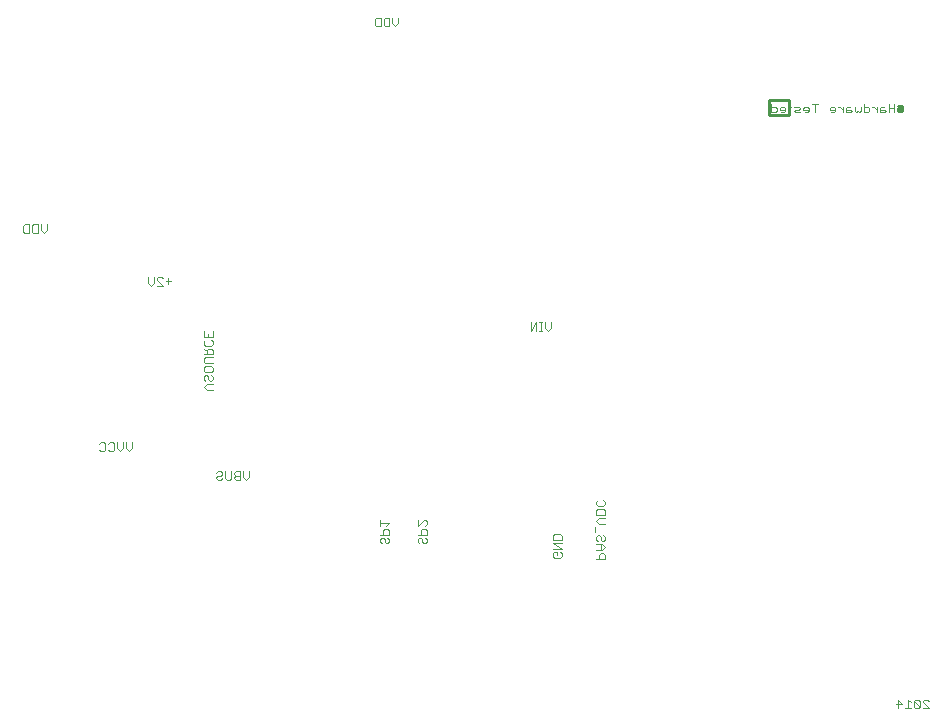
<source format=gbo>
G75*
%MOIN*%
%OFA0B0*%
%FSLAX24Y24*%
%IPPOS*%
%LPD*%
%AMOC8*
5,1,8,0,0,1.08239X$1,22.5*
%
%ADD10C,0.0030*%
%ADD11C,0.0100*%
D10*
X015748Y011741D02*
X015796Y011692D01*
X015893Y011692D01*
X015941Y011741D01*
X016042Y011741D02*
X016042Y011983D01*
X015941Y011934D02*
X015941Y011886D01*
X015893Y011838D01*
X015796Y011838D01*
X015748Y011789D01*
X015748Y011741D01*
X015748Y011934D02*
X015796Y011983D01*
X015893Y011983D01*
X015941Y011934D01*
X016042Y011741D02*
X016091Y011692D01*
X016187Y011692D01*
X016236Y011741D01*
X016236Y011983D01*
X016337Y011934D02*
X016337Y011886D01*
X016385Y011838D01*
X016530Y011838D01*
X016632Y011789D02*
X016632Y011983D01*
X016530Y011983D02*
X016385Y011983D01*
X016337Y011934D01*
X016385Y011838D02*
X016337Y011789D01*
X016337Y011741D01*
X016385Y011692D01*
X016530Y011692D01*
X016530Y011983D01*
X016632Y011789D02*
X016728Y011692D01*
X016825Y011789D01*
X016825Y011983D01*
X015615Y014700D02*
X015422Y014700D01*
X015325Y014797D01*
X015422Y014893D01*
X015615Y014893D01*
X015567Y014994D02*
X015518Y014994D01*
X015470Y015043D01*
X015470Y015140D01*
X015422Y015188D01*
X015373Y015188D01*
X015325Y015140D01*
X015325Y015043D01*
X015373Y014994D01*
X015567Y014994D02*
X015615Y015043D01*
X015615Y015140D01*
X015567Y015188D01*
X015567Y015289D02*
X015373Y015289D01*
X015325Y015338D01*
X015325Y015434D01*
X015373Y015483D01*
X015567Y015483D01*
X015615Y015434D01*
X015615Y015338D01*
X015567Y015289D01*
X015615Y015584D02*
X015373Y015584D01*
X015325Y015632D01*
X015325Y015729D01*
X015373Y015777D01*
X015615Y015777D01*
X015615Y015878D02*
X015615Y016024D01*
X015567Y016072D01*
X015470Y016072D01*
X015422Y016024D01*
X015422Y015878D01*
X015325Y015878D02*
X015615Y015878D01*
X015422Y015975D02*
X015325Y016072D01*
X015373Y016173D02*
X015325Y016221D01*
X015325Y016318D01*
X015373Y016367D01*
X015325Y016468D02*
X015615Y016468D01*
X015615Y016661D01*
X015470Y016564D02*
X015470Y016468D01*
X015567Y016367D02*
X015615Y016318D01*
X015615Y016221D01*
X015567Y016173D01*
X015373Y016173D01*
X015325Y016468D02*
X015325Y016661D01*
X014148Y018221D02*
X014148Y018414D01*
X014052Y018318D02*
X014245Y018318D01*
X013950Y018414D02*
X013902Y018463D01*
X013805Y018463D01*
X013757Y018414D01*
X013757Y018366D01*
X013950Y018172D01*
X013757Y018172D01*
X013656Y018269D02*
X013559Y018172D01*
X013462Y018269D01*
X013462Y018463D01*
X013656Y018463D02*
X013656Y018269D01*
X010085Y020019D02*
X009988Y019922D01*
X009892Y020019D01*
X009892Y020213D01*
X009790Y020213D02*
X009645Y020213D01*
X009597Y020164D01*
X009597Y019971D01*
X009645Y019922D01*
X009790Y019922D01*
X009790Y020213D01*
X009496Y020213D02*
X009496Y019922D01*
X009351Y019922D01*
X009302Y019971D01*
X009302Y020164D01*
X009351Y020213D01*
X009496Y020213D01*
X010085Y020213D02*
X010085Y020019D01*
X011896Y012943D02*
X011993Y012943D01*
X012041Y012894D01*
X012041Y012701D01*
X011993Y012652D01*
X011896Y012652D01*
X011848Y012701D01*
X011848Y012894D02*
X011896Y012943D01*
X012142Y012894D02*
X012191Y012943D01*
X012287Y012943D01*
X012336Y012894D01*
X012336Y012701D01*
X012287Y012652D01*
X012191Y012652D01*
X012142Y012701D01*
X012437Y012749D02*
X012437Y012943D01*
X012630Y012943D02*
X012630Y012749D01*
X012534Y012652D01*
X012437Y012749D01*
X012732Y012749D02*
X012828Y012652D01*
X012925Y012749D01*
X012925Y012943D01*
X012732Y012943D02*
X012732Y012749D01*
X021205Y010361D02*
X021205Y010168D01*
X021205Y010264D02*
X021495Y010264D01*
X021398Y010168D01*
X021350Y010067D02*
X021302Y010018D01*
X021302Y009873D01*
X021205Y009873D02*
X021495Y009873D01*
X021495Y010018D01*
X021447Y010067D01*
X021350Y010067D01*
X021302Y009772D02*
X021253Y009772D01*
X021205Y009724D01*
X021205Y009627D01*
X021253Y009578D01*
X021350Y009627D02*
X021350Y009724D01*
X021302Y009772D01*
X021447Y009772D02*
X021495Y009724D01*
X021495Y009627D01*
X021447Y009578D01*
X021398Y009578D01*
X021350Y009627D01*
X022465Y009627D02*
X022513Y009578D01*
X022465Y009627D02*
X022465Y009724D01*
X022513Y009772D01*
X022562Y009772D01*
X022610Y009724D01*
X022610Y009627D01*
X022658Y009578D01*
X022707Y009578D01*
X022755Y009627D01*
X022755Y009724D01*
X022707Y009772D01*
X022755Y009873D02*
X022755Y010018D01*
X022707Y010067D01*
X022610Y010067D01*
X022562Y010018D01*
X022562Y009873D01*
X022465Y009873D02*
X022755Y009873D01*
X022707Y010168D02*
X022755Y010216D01*
X022755Y010313D01*
X022707Y010361D01*
X022658Y010361D01*
X022465Y010168D01*
X022465Y010361D01*
X026965Y009833D02*
X026965Y009688D01*
X027255Y009688D01*
X027255Y009833D01*
X027207Y009881D01*
X027013Y009881D01*
X026965Y009833D01*
X026965Y009587D02*
X027255Y009587D01*
X027255Y009393D02*
X026965Y009393D01*
X027013Y009292D02*
X027110Y009292D01*
X027110Y009195D01*
X027013Y009098D02*
X026965Y009147D01*
X026965Y009244D01*
X027013Y009292D01*
X027013Y009098D02*
X027207Y009098D01*
X027255Y009147D01*
X027255Y009244D01*
X027207Y009292D01*
X027255Y009393D02*
X026965Y009587D01*
X028357Y009944D02*
X028357Y010137D01*
X028502Y010238D02*
X028405Y010335D01*
X028502Y010432D01*
X028695Y010432D01*
X028695Y010533D02*
X028695Y010678D01*
X028647Y010727D01*
X028453Y010727D01*
X028405Y010678D01*
X028405Y010533D01*
X028695Y010533D01*
X028695Y010238D02*
X028502Y010238D01*
X028502Y009843D02*
X028453Y009843D01*
X028405Y009794D01*
X028405Y009698D01*
X028453Y009649D01*
X028550Y009698D02*
X028550Y009794D01*
X028502Y009843D01*
X028647Y009843D02*
X028695Y009794D01*
X028695Y009698D01*
X028647Y009649D01*
X028598Y009649D01*
X028550Y009698D01*
X028550Y009548D02*
X028550Y009354D01*
X028598Y009354D02*
X028695Y009451D01*
X028598Y009548D01*
X028405Y009548D01*
X028405Y009354D02*
X028598Y009354D01*
X028550Y009253D02*
X028502Y009205D01*
X028502Y009060D01*
X028405Y009060D02*
X028695Y009060D01*
X028695Y009205D01*
X028647Y009253D01*
X028550Y009253D01*
X028453Y010828D02*
X028405Y010876D01*
X028405Y010973D01*
X028453Y011021D01*
X028453Y010828D02*
X028647Y010828D01*
X028695Y010876D01*
X028695Y010973D01*
X028647Y011021D01*
X026808Y016672D02*
X026712Y016769D01*
X026712Y016963D01*
X026610Y016963D02*
X026514Y016963D01*
X026562Y016963D02*
X026562Y016672D01*
X026610Y016672D02*
X026514Y016672D01*
X026414Y016672D02*
X026414Y016963D01*
X026220Y016672D01*
X026220Y016963D01*
X026808Y016672D02*
X026905Y016769D01*
X026905Y016963D01*
X034223Y023942D02*
X034368Y023942D01*
X034416Y023991D01*
X034416Y024088D01*
X034368Y024136D01*
X034223Y024136D01*
X034223Y024233D02*
X034223Y023942D01*
X034517Y024039D02*
X034711Y024039D01*
X034711Y023991D02*
X034711Y024088D01*
X034663Y024136D01*
X034566Y024136D01*
X034517Y024088D01*
X034517Y024039D01*
X034566Y023942D02*
X034663Y023942D01*
X034711Y023991D01*
X034811Y023942D02*
X034859Y023991D01*
X034859Y024184D01*
X034907Y024136D02*
X034811Y024136D01*
X035009Y024136D02*
X035154Y024136D01*
X035202Y024088D01*
X035154Y024039D01*
X035057Y024039D01*
X035009Y023991D01*
X035057Y023942D01*
X035202Y023942D01*
X035303Y024039D02*
X035497Y024039D01*
X035497Y023991D02*
X035497Y024088D01*
X035448Y024136D01*
X035352Y024136D01*
X035303Y024088D01*
X035303Y024039D01*
X035352Y023942D02*
X035448Y023942D01*
X035497Y023991D01*
X035695Y023942D02*
X035695Y024233D01*
X035791Y024233D02*
X035598Y024233D01*
X036187Y024088D02*
X036187Y024039D01*
X036381Y024039D01*
X036381Y023991D02*
X036381Y024088D01*
X036332Y024136D01*
X036236Y024136D01*
X036187Y024088D01*
X036236Y023942D02*
X036332Y023942D01*
X036381Y023991D01*
X036481Y024136D02*
X036529Y024136D01*
X036626Y024039D01*
X036626Y023942D02*
X036626Y024136D01*
X036727Y024088D02*
X036776Y024136D01*
X036872Y024136D01*
X036872Y024039D02*
X036727Y024039D01*
X036727Y024088D02*
X036727Y023942D01*
X036872Y023942D01*
X036921Y023991D01*
X036872Y024039D01*
X037022Y023991D02*
X037022Y024136D01*
X037022Y023991D02*
X037070Y023942D01*
X037119Y023991D01*
X037167Y023942D01*
X037216Y023991D01*
X037216Y024136D01*
X037317Y024136D02*
X037462Y024136D01*
X037510Y024088D01*
X037510Y023991D01*
X037462Y023942D01*
X037317Y023942D01*
X037317Y024233D01*
X037611Y024136D02*
X037659Y024136D01*
X037756Y024039D01*
X037756Y023942D02*
X037756Y024136D01*
X037857Y024088D02*
X037905Y024136D01*
X038002Y024136D01*
X038002Y024039D02*
X037857Y024039D01*
X037857Y024088D02*
X037857Y023942D01*
X038002Y023942D01*
X038050Y023991D01*
X038002Y024039D01*
X038152Y024088D02*
X038345Y024088D01*
X038345Y024233D02*
X038345Y023942D01*
X038152Y023942D02*
X038152Y024233D01*
X021805Y026909D02*
X021708Y026812D01*
X021612Y026909D01*
X021612Y027103D01*
X021510Y027103D02*
X021365Y027103D01*
X021317Y027054D01*
X021317Y026861D01*
X021365Y026812D01*
X021510Y026812D01*
X021510Y027103D01*
X021216Y027103D02*
X021216Y026812D01*
X021071Y026812D01*
X021022Y026861D01*
X021022Y027054D01*
X021071Y027103D01*
X021216Y027103D01*
X021805Y027103D02*
X021805Y026909D01*
X038456Y004373D02*
X038601Y004228D01*
X038408Y004228D01*
X038456Y004373D02*
X038456Y004082D01*
X038702Y004082D02*
X038896Y004082D01*
X038799Y004082D02*
X038799Y004373D01*
X038896Y004276D01*
X038997Y004324D02*
X039190Y004131D01*
X039142Y004082D01*
X039045Y004082D01*
X038997Y004131D01*
X038997Y004324D01*
X039045Y004373D01*
X039142Y004373D01*
X039190Y004324D01*
X039190Y004131D01*
X039292Y004082D02*
X039485Y004082D01*
X039292Y004276D01*
X039292Y004324D01*
X039340Y004373D01*
X039437Y004373D01*
X039485Y004324D01*
D11*
X038600Y023987D02*
X038540Y023987D01*
X038540Y024107D01*
X038480Y024107D02*
X038480Y023987D01*
X038540Y023987D01*
X038600Y023987D02*
X038600Y024167D01*
X038480Y024167D01*
X034820Y024347D02*
X034820Y023867D01*
X034160Y023867D01*
X034160Y024347D01*
X034820Y024347D01*
M02*

</source>
